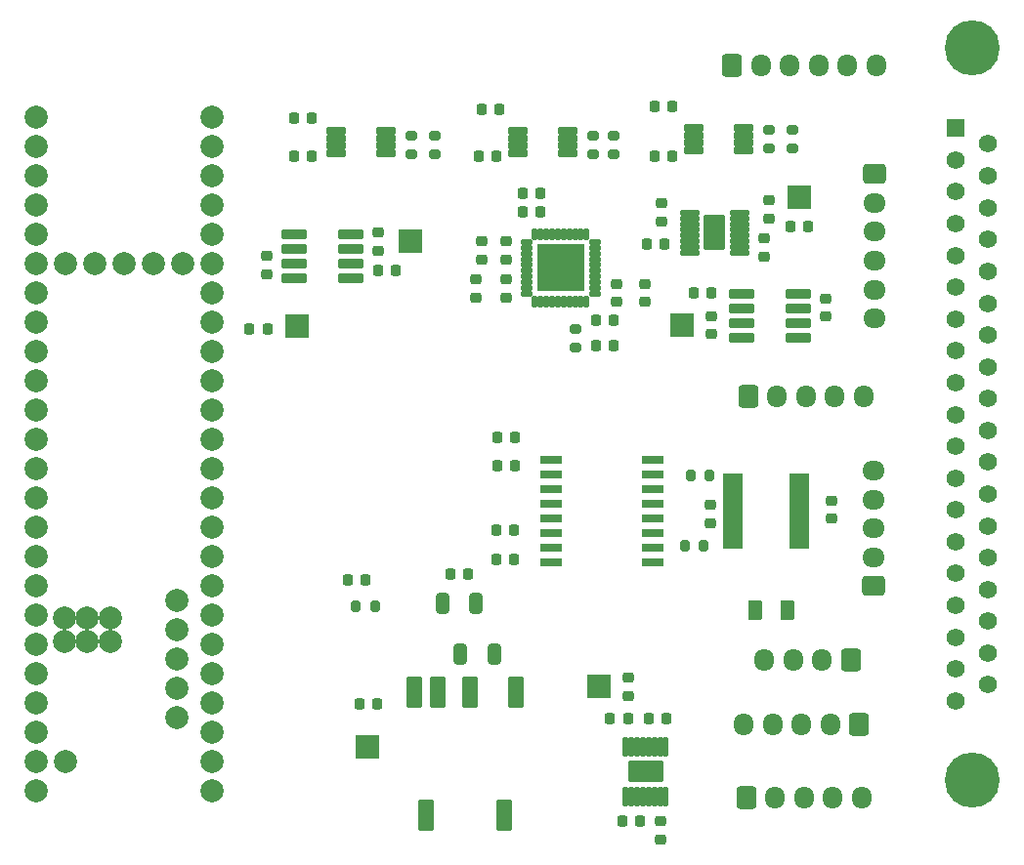
<source format=gts>
G04 #@! TF.GenerationSoftware,KiCad,Pcbnew,7.0.10*
G04 #@! TF.CreationDate,2024-08-08T18:22:37-04:00*
G04 #@! TF.ProjectId,accessoryidk,61636365-7373-46f7-9279-69646b2e6b69,rev?*
G04 #@! TF.SameCoordinates,Original*
G04 #@! TF.FileFunction,Soldermask,Top*
G04 #@! TF.FilePolarity,Negative*
%FSLAX46Y46*%
G04 Gerber Fmt 4.6, Leading zero omitted, Abs format (unit mm)*
G04 Created by KiCad (PCBNEW 7.0.10) date 2024-08-08 18:22:37*
%MOMM*%
%LPD*%
G01*
G04 APERTURE LIST*
G04 Aperture macros list*
%AMRoundRect*
0 Rectangle with rounded corners*
0 $1 Rounding radius*
0 $2 $3 $4 $5 $6 $7 $8 $9 X,Y pos of 4 corners*
0 Add a 4 corners polygon primitive as box body*
4,1,4,$2,$3,$4,$5,$6,$7,$8,$9,$2,$3,0*
0 Add four circle primitives for the rounded corners*
1,1,$1+$1,$2,$3*
1,1,$1+$1,$4,$5*
1,1,$1+$1,$6,$7*
1,1,$1+$1,$8,$9*
0 Add four rect primitives between the rounded corners*
20,1,$1+$1,$2,$3,$4,$5,0*
20,1,$1+$1,$4,$5,$6,$7,0*
20,1,$1+$1,$6,$7,$8,$9,0*
20,1,$1+$1,$8,$9,$2,$3,0*%
G04 Aperture macros list end*
%ADD10RoundRect,0.250000X-0.600000X-0.725000X0.600000X-0.725000X0.600000X0.725000X-0.600000X0.725000X0*%
%ADD11O,1.700000X1.950000*%
%ADD12R,2.000000X2.000000*%
%ADD13RoundRect,0.218750X-0.256250X0.218750X-0.256250X-0.218750X0.256250X-0.218750X0.256250X0.218750X0*%
%ADD14RoundRect,0.225000X0.225000X0.250000X-0.225000X0.250000X-0.225000X-0.250000X0.225000X-0.250000X0*%
%ADD15RoundRect,0.225000X-0.250000X0.225000X-0.250000X-0.225000X0.250000X-0.225000X0.250000X0.225000X0*%
%ADD16RoundRect,0.225000X0.250000X-0.225000X0.250000X0.225000X-0.250000X0.225000X-0.250000X-0.225000X0*%
%ADD17RoundRect,0.200000X0.275000X-0.200000X0.275000X0.200000X-0.275000X0.200000X-0.275000X-0.200000X0*%
%ADD18RoundRect,0.100500X0.986500X0.301500X-0.986500X0.301500X-0.986500X-0.301500X0.986500X-0.301500X0*%
%ADD19RoundRect,0.225000X-0.225000X-0.250000X0.225000X-0.250000X0.225000X0.250000X-0.225000X0.250000X0*%
%ADD20RoundRect,0.250000X-0.725000X0.600000X-0.725000X-0.600000X0.725000X-0.600000X0.725000X0.600000X0*%
%ADD21O,1.950000X1.700000*%
%ADD22RoundRect,0.058000X-0.449000X-0.174000X0.449000X-0.174000X0.449000X0.174000X-0.449000X0.174000X0*%
%ADD23RoundRect,0.058000X-0.174000X-0.449000X0.174000X-0.449000X0.174000X0.449000X-0.174000X0.449000X0*%
%ADD24RoundRect,0.102000X-1.950000X-1.950000X1.950000X-1.950000X1.950000X1.950000X-1.950000X1.950000X0*%
%ADD25RoundRect,0.085500X0.751500X0.256500X-0.751500X0.256500X-0.751500X-0.256500X0.751500X-0.256500X0*%
%ADD26R,1.910000X0.640000*%
%ADD27RoundRect,0.218750X0.218750X0.256250X-0.218750X0.256250X-0.218750X-0.256250X0.218750X-0.256250X0*%
%ADD28RoundRect,0.250000X-0.325000X-0.650000X0.325000X-0.650000X0.325000X0.650000X-0.325000X0.650000X0*%
%ADD29C,2.004000*%
%ADD30RoundRect,0.250000X0.600000X0.725000X-0.600000X0.725000X-0.600000X-0.725000X0.600000X-0.725000X0*%
%ADD31RoundRect,0.218750X0.256250X-0.218750X0.256250X0.218750X-0.256250X0.218750X-0.256250X-0.218750X0*%
%ADD32R,1.562000X1.562000*%
%ADD33C,1.562000*%
%ADD34C,4.762000*%
%ADD35RoundRect,0.060500X0.181500X-0.766500X0.181500X0.766500X-0.181500X0.766500X-0.181500X-0.766500X0*%
%ADD36RoundRect,0.102000X1.422500X-0.825500X1.422500X0.825500X-1.422500X0.825500X-1.422500X-0.825500X0*%
%ADD37RoundRect,0.102000X0.600000X-1.220000X0.600000X1.220000X-0.600000X1.220000X-0.600000X-1.220000X0*%
%ADD38RoundRect,0.060500X-0.766500X-0.181500X0.766500X-0.181500X0.766500X0.181500X-0.766500X0.181500X0*%
%ADD39RoundRect,0.102000X-0.825500X-1.422500X0.825500X-1.422500X0.825500X1.422500X-0.825500X1.422500X0*%
%ADD40RoundRect,0.200000X-0.200000X-0.275000X0.200000X-0.275000X0.200000X0.275000X-0.200000X0.275000X0*%
%ADD41RoundRect,0.250000X-0.375000X-0.625000X0.375000X-0.625000X0.375000X0.625000X-0.375000X0.625000X0*%
%ADD42RoundRect,0.250000X0.725000X-0.600000X0.725000X0.600000X-0.725000X0.600000X-0.725000X-0.600000X0*%
%ADD43RoundRect,0.076750X-0.810250X-0.230250X0.810250X-0.230250X0.810250X0.230250X-0.810250X0.230250X0*%
%ADD44RoundRect,0.218750X-0.218750X-0.256250X0.218750X-0.256250X0.218750X0.256250X-0.218750X0.256250X0*%
%ADD45RoundRect,0.200000X0.200000X0.275000X-0.200000X0.275000X-0.200000X-0.275000X0.200000X-0.275000X0*%
%ADD46RoundRect,0.100500X-0.986500X-0.301500X0.986500X-0.301500X0.986500X0.301500X-0.986500X0.301500X0*%
G04 APERTURE END LIST*
D10*
X101934000Y-86060000D03*
D11*
X104434000Y-86060000D03*
X106934000Y-86060000D03*
X109434000Y-86060000D03*
X111934000Y-86060000D03*
D12*
X89154000Y-76454000D03*
D13*
X103886000Y-34260500D03*
X103886000Y-35835500D03*
D14*
X94881000Y-38096000D03*
X93331000Y-38096000D03*
D15*
X81153000Y-37833000D03*
X81153000Y-39383000D03*
D16*
X103504000Y-39125000D03*
X103504000Y-37575000D03*
D15*
X93188000Y-41516000D03*
X93188000Y-43066000D03*
D17*
X90424000Y-30289000D03*
X90424000Y-28639000D03*
X88646000Y-30289000D03*
X88646000Y-28639000D03*
D10*
X102108000Y-51308000D03*
D11*
X104608000Y-51308000D03*
X107108000Y-51308000D03*
X109608000Y-51308000D03*
X112108000Y-51308000D03*
D15*
X98806000Y-60693000D03*
X98806000Y-62243000D03*
D18*
X106483000Y-46228000D03*
X106483000Y-44958000D03*
X106483000Y-43688000D03*
X106483000Y-42418000D03*
X101543000Y-42418000D03*
X101543000Y-43688000D03*
X101543000Y-44958000D03*
X101543000Y-46228000D03*
D19*
X97396000Y-42291000D03*
X98946000Y-42291000D03*
D16*
X78486000Y-42685000D03*
X78486000Y-41135000D03*
D20*
X113030000Y-32004000D03*
D21*
X113030000Y-34504000D03*
X113030000Y-37004000D03*
X113030000Y-39504000D03*
X113030000Y-42004000D03*
X113030000Y-44504000D03*
D22*
X82902000Y-37882000D03*
X82902000Y-38382000D03*
X82902000Y-38882000D03*
X82902000Y-39382000D03*
X82902000Y-39882000D03*
X82902000Y-40382000D03*
X82902000Y-40882000D03*
X82902000Y-41382000D03*
X82902000Y-41882000D03*
X82902000Y-42382000D03*
D23*
X83602000Y-43082000D03*
X84102000Y-43082000D03*
X84602000Y-43082000D03*
X85102000Y-43082000D03*
X85602000Y-43082000D03*
X86102000Y-43082000D03*
X86602000Y-43082000D03*
X87102000Y-43082000D03*
X87602000Y-43082000D03*
X88102000Y-43082000D03*
D22*
X88802000Y-42382000D03*
X88802000Y-41882000D03*
X88802000Y-41382000D03*
X88802000Y-40882000D03*
X88802000Y-40382000D03*
X88802000Y-39882000D03*
X88802000Y-39382000D03*
X88802000Y-38882000D03*
X88802000Y-38382000D03*
X88802000Y-37882000D03*
D23*
X88102000Y-37182000D03*
X87602000Y-37182000D03*
X87102000Y-37182000D03*
X86602000Y-37182000D03*
X86102000Y-37182000D03*
X85602000Y-37182000D03*
X85102000Y-37182000D03*
X84602000Y-37182000D03*
X84102000Y-37182000D03*
X83602000Y-37182000D03*
D24*
X85852000Y-40132000D03*
D14*
X95517000Y-30480000D03*
X93967000Y-30480000D03*
D25*
X101718000Y-29931000D03*
X101718000Y-29281000D03*
X101718000Y-28631000D03*
X101718000Y-27981000D03*
X97418000Y-27981000D03*
X97418000Y-28631000D03*
X97418000Y-29281000D03*
X97418000Y-29931000D03*
D14*
X81801000Y-62865000D03*
X80251000Y-62865000D03*
X90437000Y-44704000D03*
X88887000Y-44704000D03*
D25*
X86478000Y-30185000D03*
X86478000Y-29535000D03*
X86478000Y-28885000D03*
X86478000Y-28235000D03*
X82178000Y-28235000D03*
X82178000Y-28885000D03*
X82178000Y-29535000D03*
X82178000Y-30185000D03*
D26*
X85023000Y-56769000D03*
X85023000Y-58039000D03*
X85023000Y-59309000D03*
X85023000Y-60579000D03*
X85023000Y-61849000D03*
X85023000Y-63119000D03*
X85023000Y-64389000D03*
X85023000Y-65659000D03*
X93793000Y-65659000D03*
X93793000Y-64389000D03*
X93793000Y-63119000D03*
X93793000Y-61849000D03*
X93793000Y-60579000D03*
X93793000Y-59309000D03*
X93793000Y-58039000D03*
X93793000Y-56769000D03*
D25*
X70730000Y-30185000D03*
X70730000Y-29535000D03*
X70730000Y-28885000D03*
X70730000Y-28235000D03*
X66430000Y-28235000D03*
X66430000Y-28885000D03*
X66430000Y-29535000D03*
X66430000Y-30185000D03*
D27*
X60464750Y-45466000D03*
X58889750Y-45466000D03*
D15*
X60382000Y-39103000D03*
X60382000Y-40653000D03*
D28*
X75583000Y-69215000D03*
X78533000Y-69215000D03*
D29*
X55626000Y-82931000D03*
X55626000Y-80391000D03*
X55626000Y-77851000D03*
X55626000Y-75311000D03*
X55626000Y-49911000D03*
X40386000Y-80391000D03*
X50546000Y-39751000D03*
X55626000Y-72771000D03*
X55626000Y-70231000D03*
X52576000Y-79121000D03*
X55626000Y-67691000D03*
X55626000Y-65151000D03*
X55626000Y-62611000D03*
X55626000Y-60071000D03*
X55626000Y-57531000D03*
X55626000Y-54991000D03*
X55626000Y-52451000D03*
X40386000Y-52451000D03*
X40386000Y-54991000D03*
X40386000Y-57531000D03*
X40386000Y-60071000D03*
X40386000Y-62611000D03*
X40386000Y-65151000D03*
X40386000Y-67691000D03*
X40386000Y-70231000D03*
X40386000Y-72771000D03*
X40386000Y-75311000D03*
X40386000Y-77851000D03*
X55626000Y-47371000D03*
X55626000Y-44831000D03*
X55626000Y-42291000D03*
X55626000Y-39751000D03*
X55626000Y-37211000D03*
X55626000Y-34671000D03*
X55626000Y-32131000D03*
X55626000Y-29591000D03*
X55626000Y-27051000D03*
X40386000Y-27051000D03*
X40386000Y-29591000D03*
X40386000Y-32131000D03*
X40386000Y-34671000D03*
X40386000Y-37211000D03*
X40386000Y-39751000D03*
X40386000Y-42291000D03*
X40386000Y-44831000D03*
X40386000Y-47371000D03*
X52576000Y-74041000D03*
X52576000Y-76581000D03*
X55626000Y-85471000D03*
X40386000Y-49911000D03*
X40386000Y-82931000D03*
X48006000Y-39751000D03*
X44836000Y-70501000D03*
X44836000Y-72501000D03*
X42926000Y-39751000D03*
X45466000Y-39751000D03*
X42836000Y-72501000D03*
X42836000Y-70501000D03*
X46836000Y-70501000D03*
X46836000Y-72501000D03*
X52576000Y-71501000D03*
X52576000Y-68961000D03*
X53086000Y-39751000D03*
X40386000Y-85471000D03*
X42926000Y-82931000D03*
D17*
X72898000Y-30289000D03*
X72898000Y-28639000D03*
D15*
X109347000Y-60312000D03*
X109347000Y-61862000D03*
X91694000Y-75679000D03*
X91694000Y-77229000D03*
D14*
X95517000Y-26162000D03*
X93967000Y-26162000D03*
D19*
X76283000Y-66675000D03*
X77833000Y-66675000D03*
D12*
X72828000Y-37846000D03*
D30*
X110998000Y-74168000D03*
D11*
X108498000Y-74168000D03*
X105998000Y-74168000D03*
X103498000Y-74168000D03*
D14*
X90450000Y-46863000D03*
X88900000Y-46863000D03*
X80531000Y-26416000D03*
X78981000Y-26416000D03*
D17*
X74930000Y-30289000D03*
X74930000Y-28639000D03*
D14*
X71571000Y-40386000D03*
X70021000Y-40386000D03*
D19*
X82537000Y-35306000D03*
X84087000Y-35306000D03*
D15*
X78994000Y-37833000D03*
X78994000Y-39383000D03*
D31*
X70034000Y-38633500D03*
X70034000Y-37058500D03*
D17*
X105918000Y-29781000D03*
X105918000Y-28131000D03*
D30*
X111720000Y-79756000D03*
D11*
X109220000Y-79756000D03*
X106720000Y-79756000D03*
X104220000Y-79756000D03*
X101720000Y-79756000D03*
D19*
X82537000Y-33655000D03*
X84087000Y-33655000D03*
X93459000Y-79248000D03*
X95009000Y-79248000D03*
D32*
X120066000Y-28016000D03*
D33*
X120066000Y-30775000D03*
X120066000Y-33533000D03*
X120066000Y-36292000D03*
X120066000Y-39050000D03*
X120066000Y-41809000D03*
X120066000Y-44567000D03*
X120066000Y-47325000D03*
X120066000Y-50084000D03*
X120066000Y-52842000D03*
X120066000Y-55601000D03*
X120066000Y-58359000D03*
X120066000Y-61118000D03*
X120066000Y-63876000D03*
X120066000Y-66634000D03*
X120066000Y-69393000D03*
X120066000Y-72151000D03*
X120066000Y-74910000D03*
X120066000Y-77668000D03*
X122911000Y-29375000D03*
X122911000Y-32154000D03*
X122911000Y-34912000D03*
X122911000Y-37671000D03*
X122911000Y-40429000D03*
X122911000Y-43188000D03*
X122911000Y-45946000D03*
X122911000Y-48705000D03*
X122911000Y-51463000D03*
X122911000Y-54221000D03*
X122911000Y-56980000D03*
X122911000Y-59738000D03*
X122911000Y-62497000D03*
X122911000Y-65255000D03*
X122911000Y-68014000D03*
X122911000Y-70772000D03*
X122911000Y-73531000D03*
X122911000Y-76289000D03*
D34*
X121488000Y-21082000D03*
X121488000Y-84582000D03*
D35*
X91468000Y-85980000D03*
X91968000Y-85980000D03*
X92468000Y-85980000D03*
X92968000Y-85980000D03*
X93468000Y-85980000D03*
X93968000Y-85980000D03*
X94468000Y-85980000D03*
X94968000Y-85980000D03*
X94968000Y-81660000D03*
X94468000Y-81660000D03*
X93968000Y-81660000D03*
X93468000Y-81660000D03*
X92968000Y-81660000D03*
X92468000Y-81660000D03*
X91968000Y-81660000D03*
X91468000Y-81660000D03*
D36*
X93218000Y-83820000D03*
D12*
X96393000Y-45085000D03*
D15*
X90678000Y-41516000D03*
X90678000Y-43066000D03*
D37*
X73188500Y-76951500D03*
X75188500Y-76951500D03*
X77988500Y-76951500D03*
X81988500Y-76951500D03*
X74188500Y-87591500D03*
X80988500Y-87591500D03*
D38*
X97026000Y-35330000D03*
X97026000Y-35830000D03*
X97026000Y-36330000D03*
X97026000Y-36830000D03*
X97026000Y-37330000D03*
X97026000Y-37830000D03*
X97026000Y-38330000D03*
X97026000Y-38830000D03*
X101346000Y-38830000D03*
X101346000Y-38330000D03*
X101346000Y-37830000D03*
X101346000Y-37330000D03*
X101346000Y-36830000D03*
X101346000Y-36330000D03*
X101346000Y-35830000D03*
X101346000Y-35330000D03*
D39*
X99186000Y-37080000D03*
D12*
X69079500Y-81636500D03*
D14*
X81928000Y-57277000D03*
X80378000Y-57277000D03*
D12*
X62992000Y-45212000D03*
D40*
X96584000Y-64262000D03*
X98234000Y-64262000D03*
D16*
X81153000Y-42685000D03*
X81153000Y-41135000D03*
D41*
X102740000Y-69850000D03*
X105540000Y-69850000D03*
D42*
X112984000Y-67738000D03*
D21*
X112984000Y-65238000D03*
X112984000Y-62738000D03*
X112984000Y-60238000D03*
X112984000Y-57738000D03*
D43*
X100762000Y-58289000D03*
X100762000Y-58939000D03*
X100762000Y-59589000D03*
X100762000Y-60239000D03*
X100762000Y-60889000D03*
X100762000Y-61539000D03*
X100762000Y-62189000D03*
X100762000Y-62839000D03*
X100762000Y-63489000D03*
X100762000Y-64139000D03*
X106502000Y-64139000D03*
X106502000Y-63489000D03*
X106502000Y-62839000D03*
X106502000Y-62189000D03*
X106502000Y-61539000D03*
X106502000Y-60889000D03*
X106502000Y-60239000D03*
X106502000Y-59589000D03*
X106502000Y-58939000D03*
X106502000Y-58289000D03*
D14*
X81801000Y-65375000D03*
X80251000Y-65375000D03*
D15*
X94614000Y-34527000D03*
X94614000Y-36077000D03*
D13*
X98933000Y-44297500D03*
X98933000Y-45872500D03*
D19*
X91173000Y-88138000D03*
X92723000Y-88138000D03*
D14*
X64275000Y-27178000D03*
X62725000Y-27178000D03*
D17*
X103886000Y-29781000D03*
X103886000Y-28131000D03*
D28*
X77129500Y-73635500D03*
X80079500Y-73635500D03*
D14*
X80277000Y-30480000D03*
X78727000Y-30480000D03*
X81928000Y-54864000D03*
X80378000Y-54864000D03*
X64275000Y-30480000D03*
X62725000Y-30480000D03*
D15*
X94488000Y-88125000D03*
X94488000Y-89675000D03*
D44*
X68419000Y-77953500D03*
X69994000Y-77953500D03*
D16*
X108839000Y-44336000D03*
X108839000Y-42786000D03*
D40*
X97092000Y-58166000D03*
X98742000Y-58166000D03*
D10*
X100704000Y-22606000D03*
D11*
X103204000Y-22606000D03*
X105704000Y-22606000D03*
X108204000Y-22606000D03*
X110704000Y-22606000D03*
X113204000Y-22606000D03*
D17*
X87135000Y-47053000D03*
X87135000Y-45403000D03*
D44*
X90144500Y-79248000D03*
X91719500Y-79248000D03*
D45*
X69755000Y-69469000D03*
X68105000Y-69469000D03*
D46*
X62738000Y-37211000D03*
X62738000Y-38481000D03*
X62738000Y-39751000D03*
X62738000Y-41021000D03*
X67678000Y-41021000D03*
X67678000Y-39751000D03*
X67678000Y-38481000D03*
X67678000Y-37211000D03*
D12*
X106552000Y-34032000D03*
D27*
X68955500Y-67183000D03*
X67380500Y-67183000D03*
D14*
X107327000Y-36572000D03*
X105777000Y-36572000D03*
M02*

</source>
